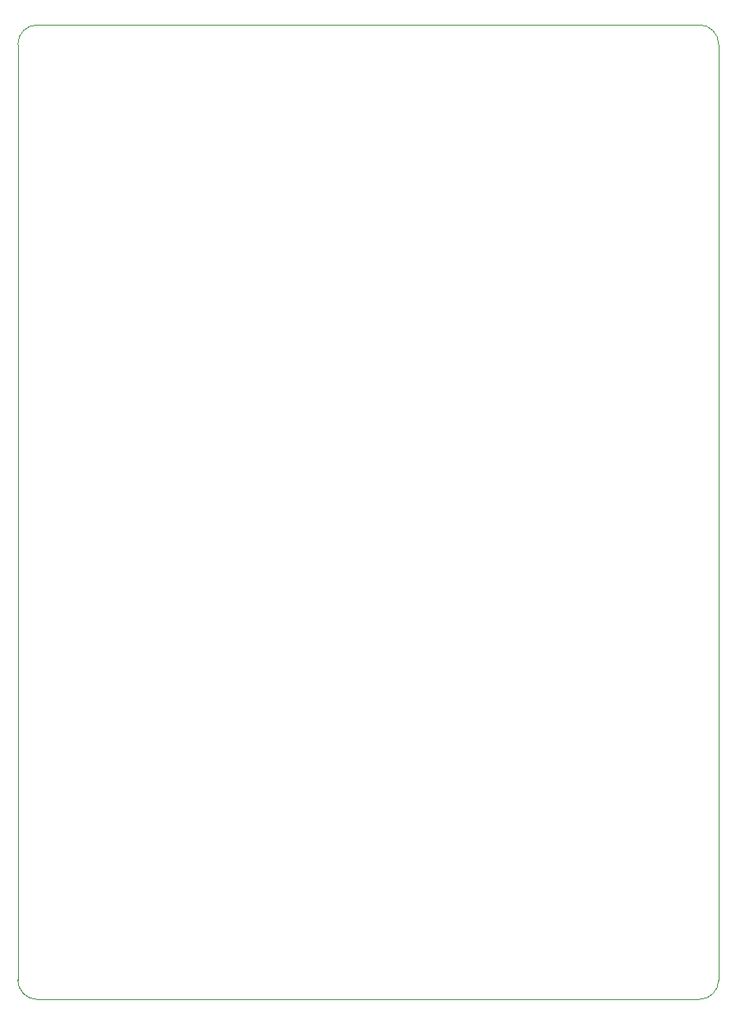
<source format=gbr>
G04 #@! TF.GenerationSoftware,KiCad,Pcbnew,5.1.5+dfsg1-2build2*
G04 #@! TF.CreationDate,2021-03-04T21:13:52+09:00*
G04 #@! TF.ProjectId,pad,7061642e-6b69-4636-9164-5f7063625858,rev?*
G04 #@! TF.SameCoordinates,Original*
G04 #@! TF.FileFunction,Profile,NP*
%FSLAX46Y46*%
G04 Gerber Fmt 4.6, Leading zero omitted, Abs format (unit mm)*
G04 Created by KiCad (PCBNEW 5.1.5+dfsg1-2build2) date 2021-03-04 21:13:52*
%MOMM*%
%LPD*%
G04 APERTURE LIST*
%ADD10C,0.050000*%
G04 APERTURE END LIST*
D10*
X76500000Y-154500000D02*
X144500000Y-154500000D01*
X146500000Y-152500000D02*
X146500000Y-56500000D01*
X146500000Y-152500000D02*
G75*
G02X144500000Y-154500000I-2000000J0D01*
G01*
X76500000Y-154500000D02*
G75*
G02X74500000Y-152500000I0J2000000D01*
G01*
X74500000Y-56500000D02*
G75*
G02X76500000Y-54500000I2000000J0D01*
G01*
X144500000Y-54500000D02*
G75*
G02X146500000Y-56500000I0J-2000000D01*
G01*
X74500000Y-56500000D02*
X74500000Y-152500000D01*
X144500000Y-54500000D02*
X76500000Y-54500000D01*
M02*

</source>
